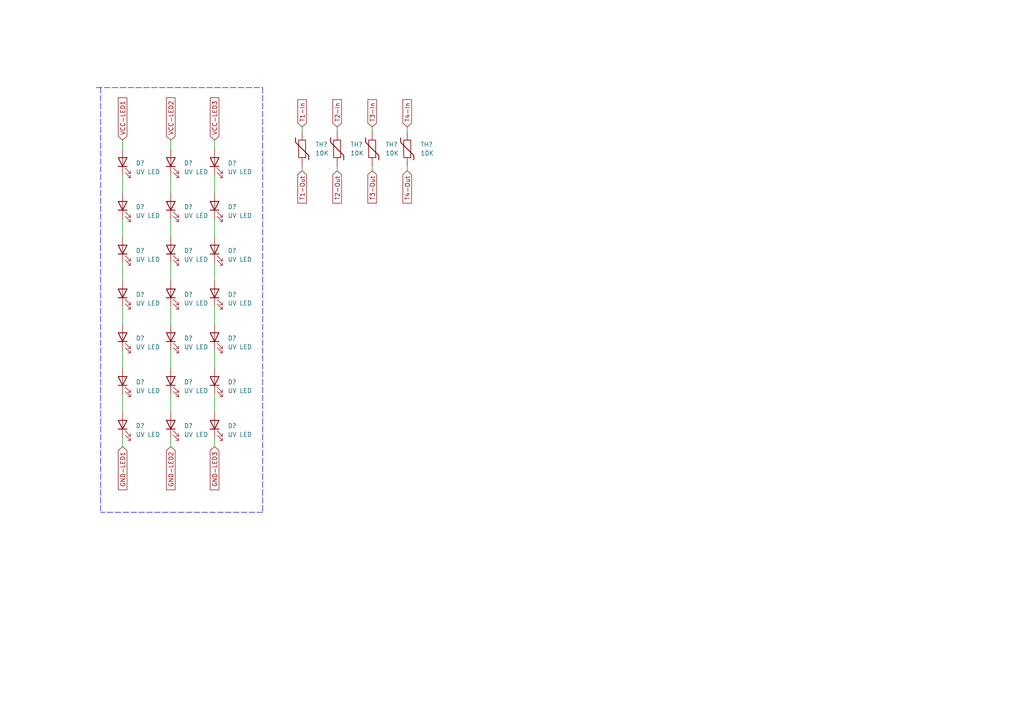
<source format=kicad_sch>
(kicad_sch (version 20211123) (generator eeschema)
  (paper "A4")
  (lib_symbols
    (symbol "Device:LED" (pin_numbers hide) (pin_names (offset 1.016) hide)
      (property "Reference" "D" (at 0 2.54 0))
      (property "Value" "LED" (at 0 -2.54 0))
      (symbol "LED_0_1"
        (polyline (pts (xy -1.27 -1.27) (xy -1.27 1.27)) (stroke (width 0.254)))
        (polyline (pts (xy -1.27 0) (xy 1.27 0)))
        (polyline (pts (xy 1.27 -1.27) (xy 1.27 1.27) (xy -1.27 0) (xy 1.27 -1.27)) (stroke (width 0.254)))
        (polyline (pts (xy -3.048 -0.762) (xy -4.572 -2.286) (xy -3.81 -2.286) (xy -4.572 -2.286) (xy -4.572 -1.524)))
        (polyline (pts (xy -1.778 -0.762) (xy -3.302 -2.286) (xy -2.54 -2.286) (xy -3.302 -2.286) (xy -3.302 -1.524)))
      )
      (symbol "LED_1_1"
        (pin passive line (at -3.81 0 0) (length 2.54) (name "K") (number "1"))
        (pin passive line (at 3.81 0 180) (length 2.54) (name "A") (number "2"))
      )
    )
    (symbol "Device:Thermistor" (pin_numbers hide) (pin_names (offset 0))
      (property "Reference" "TH" (at 2.54 1.27 90))
      (property "Value" "Thermistor" (at -2.54 0 90))
      (symbol "Thermistor_0_1"
        (rectangle (start -1.016 2.54) (end 1.016 -2.54) (stroke (width 0.2032)))
        (polyline (pts (xy -1.905 3.175) (xy -1.905 1.905) (xy 1.905 -1.905) (xy 1.905 -3.175) (xy 1.905 -3.175)) (stroke (width 0.254)))
      )
      (symbol "Thermistor_1_1"
        (pin passive line (at 0 5.08 270) (length 2.54) (name "~") (number "1"))
        (pin passive line (at 0 -5.08 90) (length 2.54) (name "~") (number "2"))
      )
    )
  )
  (wire (pts (xy 35.56 101.6) (xy 35.56 106.68)))
  (wire (pts (xy 97.79 48.26) (xy 97.79 49.53)))
  (wire (pts (xy 62.23 50.8) (xy 62.23 55.88)))
  (wire (pts (xy 49.53 76.2) (xy 49.53 81.28)))
  (wire (pts (xy 87.63 36.83) (xy 87.63 38.1)))
  (wire (pts (xy 49.53 114.3) (xy 49.53 119.38)))
  (wire (pts (xy 118.11 36.83) (xy 118.11 38.1)))
  (wire (pts (xy 35.56 40.64) (xy 35.56 43.18)))
  (wire (pts (xy 118.11 48.26) (xy 118.11 49.53)))
  (wire (pts (xy 35.56 88.9) (xy 35.56 93.98)))
  (wire (pts (xy 35.56 76.2) (xy 35.56 81.28)))
  (wire (pts (xy 107.95 36.83) (xy 107.95 38.1)))
  (wire (pts (xy 49.53 63.5) (xy 49.53 68.58)))
  (wire (pts (xy 62.23 114.3) (xy 62.23 119.38)))
  (polyline (pts (xy 27.94 25.4) (xy 76.2 25.4)))
  (wire (pts (xy 62.23 40.64) (xy 62.23 43.18)))
  (wire (pts (xy 35.56 63.5) (xy 35.56 68.58)))
  (wire (pts (xy 62.23 127) (xy 62.23 129.54)))
  (polyline (pts (xy 76.2 148.59) (xy 29.21 148.59)))
  (wire (pts (xy 49.53 88.9) (xy 49.53 93.98)))
  (wire (pts (xy 35.56 114.3) (xy 35.56 119.38)))
  (wire (pts (xy 107.95 48.26) (xy 107.95 49.53)))
  (polyline (pts (xy 29.21 25.4) (xy 29.21 148.59)))
  (wire (pts (xy 49.53 101.6) (xy 49.53 106.68)))
  (wire (pts (xy 35.56 127) (xy 35.56 129.54)))
  (wire (pts (xy 97.79 36.83) (xy 97.79 38.1)))
  (wire (pts (xy 62.23 63.5) (xy 62.23 68.58)))
  (wire (pts (xy 62.23 101.6) (xy 62.23 106.68)))
  (wire (pts (xy 87.63 48.26) (xy 87.63 49.53)))
  (wire (pts (xy 35.56 50.8) (xy 35.56 55.88)))
  (wire (pts (xy 49.53 40.64) (xy 49.53 43.18)))
  (wire (pts (xy 62.23 88.9) (xy 62.23 93.98)))
  (wire (pts (xy 62.23 76.2) (xy 62.23 81.28)))
  (wire (pts (xy 49.53 50.8) (xy 49.53 55.88)))
  (wire (pts (xy 49.53 127) (xy 49.53 129.54)))
  (polyline (pts (xy 76.2 25.4) (xy 76.2 148.59)))
  (global_label "GND-LED2" (shape input) (at 49.53 129.54 270) (property "Intersheet References" "${INTERSHEET_REFS}" (effects hide)))
  (global_label "VCC-LED2" (shape input) (at 49.53 40.64 90) (property "Intersheet References" "${INTERSHEET_REFS}" (effects hide)))
  (global_label "T1-Out" (shape input) (at 87.63 49.53 270) (property "Intersheet References" "${INTERSHEET_REFS}" (effects hide)))
  (global_label "VCC-LED3" (shape input) (at 62.23 40.64 90) (property "Intersheet References" "${INTERSHEET_REFS}" (effects hide)))
  (global_label "VCC-LED1" (shape input) (at 35.56 40.64 90) (property "Intersheet References" "${INTERSHEET_REFS}" (effects hide)))
  (global_label "GND-LED3" (shape input) (at 62.23 129.54 270) (property "Intersheet References" "${INTERSHEET_REFS}" (effects hide)))
  (global_label "T4-Out" (shape input) (at 118.11 49.53 270) (property "Intersheet References" "${INTERSHEET_REFS}" (effects hide)))
  (global_label "T2-In" (shape input) (at 97.79 36.83 90) (property "Intersheet References" "${INTERSHEET_REFS}" (effects hide)))
  (global_label "T1-In" (shape input) (at 87.63 36.83 90) (property "Intersheet References" "${INTERSHEET_REFS}" (effects hide)))
  (global_label "GND-LED1" (shape input) (at 35.56 129.54 270) (property "Intersheet References" "${INTERSHEET_REFS}" (effects hide)))
  (global_label "T3-Out" (shape input) (at 107.95 49.53 270) (property "Intersheet References" "${INTERSHEET_REFS}" (effects hide)))
  (global_label "T3-In" (shape input) (at 107.95 36.83 90) (property "Intersheet References" "${INTERSHEET_REFS}" (effects hide)))
  (global_label "T4-In" (shape input) (at 118.11 36.83 90) (property "Intersheet References" "${INTERSHEET_REFS}" (effects hide)))
  (global_label "T2-Out" (shape input) (at 97.79 49.53 270) (property "Intersheet References" "${INTERSHEET_REFS}" (effects hide)))
  (symbol (lib_id "Device:LED") (at 49.53 72.39 90) (unit 1)
    (property "Reference" "D?" (at 53.34 72.7074 90) (effects (justify right)))
    (property "Value" "UV LED" (at 53.34 75.2474 90) (effects (justify right)))
    (property "Footprint" "LED_SMD:LED_PLCC_2835_Handsoldering" (effects hide))
  )
  (symbol (lib_id "Device:LED") (at 62.23 59.69 90) (unit 1)
    (property "Reference" "D?" (at 66.04 60.0074 90) (effects (justify right)))
    (property "Value" "UV LED" (at 66.04 62.5474 90) (effects (justify right)))
    (property "Footprint" "LED_SMD:LED_PLCC_2835_Handsoldering" (effects hide))
  )
  (symbol (lib_id "Device:LED") (at 49.53 97.79 90) (unit 1)
    (property "Reference" "D?" (at 53.34 98.1074 90) (effects (justify right)))
    (property "Value" "UV LED" (at 53.34 100.6474 90) (effects (justify right)))
    (property "Footprint" "LED_SMD:LED_PLCC_2835_Handsoldering" (effects hide))
  )
  (symbol (lib_id "Device:LED") (at 49.53 46.99 90) (unit 1)
    (property "Reference" "D?" (at 53.34 47.3074 90) (effects (justify right)))
    (property "Value" "UV LED" (at 53.34 49.8474 90) (effects (justify right)))
    (property "Footprint" "LED_SMD:LED_PLCC_2835_Handsoldering" (effects hide))
  )
  (symbol (lib_id "Device:LED") (at 62.23 46.99 90) (unit 1)
    (property "Reference" "D?" (at 66.04 47.3074 90) (effects (justify right)))
    (property "Value" "UV LED" (at 66.04 49.8474 90) (effects (justify right)))
    (property "Footprint" "LED_SMD:LED_PLCC_2835_Handsoldering" (effects hide))
  )
  (symbol (lib_id "Device:Thermistor") (at 97.79 43.18 0) (unit 1)
    (property "Reference" "TH?" (at 101.6 41.9099 0) (effects (justify left)))
    (property "Value" "10K" (at 101.6 44.4499 0) (effects (justify left)))
    (property "Footprint" "Resistor_SMD:R_1206_3216Metric_Pad1.30x1.75mm_HandSolder" (effects hide))
  )
  (symbol (lib_id "Device:Thermistor") (at 87.63 43.18 0) (unit 1)
    (property "Reference" "TH?" (at 91.44 41.9099 0) (effects (justify left)))
    (property "Value" "10K" (at 91.44 44.4499 0) (effects (justify left)))
    (property "Footprint" "Resistor_SMD:R_1206_3216Metric_Pad1.30x1.75mm_HandSolder" (effects hide))
  )
  (symbol (lib_id "Device:LED") (at 35.56 59.69 90) (unit 1)
    (property "Reference" "D?" (at 39.37 60.0074 90) (effects (justify right)))
    (property "Value" "UV LED" (at 39.37 62.5474 90) (effects (justify right)))
    (property "Footprint" "LED_SMD:LED_PLCC_2835_Handsoldering" (effects hide))
  )
  (symbol (lib_id "Device:Thermistor") (at 107.95 43.18 0) (unit 1)
    (property "Reference" "TH?" (at 111.76 41.9099 0) (effects (justify left)))
    (property "Value" "10K" (at 111.76 44.4499 0) (effects (justify left)))
    (property "Footprint" "Resistor_SMD:R_1206_3216Metric_Pad1.30x1.75mm_HandSolder" (effects hide))
  )
  (symbol (lib_id "Device:LED") (at 62.23 123.19 90) (unit 1)
    (property "Reference" "D?" (at 66.04 123.5074 90) (effects (justify right)))
    (property "Value" "UV LED" (at 66.04 126.0474 90) (effects (justify right)))
    (property "Footprint" "LED_SMD:LED_PLCC_2835_Handsoldering" (effects hide))
  )
  (symbol (lib_id "Device:LED") (at 35.56 110.49 90) (unit 1)
    (property "Reference" "D?" (at 39.37 110.8074 90) (effects (justify right)))
    (property "Value" "UV LED" (at 39.37 113.3474 90) (effects (justify right)))
    (property "Footprint" "LED_SMD:LED_PLCC_2835_Handsoldering" (effects hide))
  )
  (symbol (lib_id "Device:LED") (at 62.23 97.79 90) (unit 1)
    (property "Reference" "D?" (at 66.04 98.1074 90) (effects (justify right)))
    (property "Value" "UV LED" (at 66.04 100.6474 90) (effects (justify right)))
    (property "Footprint" "LED_SMD:LED_PLCC_2835_Handsoldering" (effects hide))
  )
  (symbol (lib_id "Device:LED") (at 62.23 110.49 90) (unit 1)
    (property "Reference" "D?" (at 66.04 110.8074 90) (effects (justify right)))
    (property "Value" "UV LED" (at 66.04 113.3474 90) (effects (justify right)))
    (property "Footprint" "LED_SMD:LED_PLCC_2835_Handsoldering" (effects hide))
  )
  (symbol (lib_id "Device:LED") (at 35.56 85.09 90) (unit 1)
    (property "Reference" "D?" (at 39.37 85.4074 90) (effects (justify right)))
    (property "Value" "UV LED" (at 39.37 87.9474 90) (effects (justify right)))
    (property "Footprint" "LED_SMD:LED_PLCC_2835_Handsoldering" (effects hide))
  )
  (symbol (lib_id "Device:LED") (at 35.56 97.79 90) (unit 1)
    (property "Reference" "D?" (at 39.37 98.1074 90) (effects (justify right)))
    (property "Value" "UV LED" (at 39.37 100.6474 90) (effects (justify right)))
    (property "Footprint" "LED_SMD:LED_PLCC_2835_Handsoldering" (effects hide))
  )
  (symbol (lib_id "Device:LED") (at 49.53 59.69 90) (unit 1)
    (property "Reference" "D?" (at 53.34 60.0074 90) (effects (justify right)))
    (property "Value" "UV LED" (at 53.34 62.5474 90) (effects (justify right)))
    (property "Footprint" "LED_SMD:LED_PLCC_2835_Handsoldering" (effects hide))
  )
  (symbol (lib_id "Device:LED") (at 35.56 72.39 90) (unit 1)
    (property "Reference" "D?" (at 39.37 72.7074 90) (effects (justify right)))
    (property "Value" "UV LED" (at 39.37 75.2474 90) (effects (justify right)))
    (property "Footprint" "LED_SMD:LED_PLCC_2835_Handsoldering" (effects hide))
  )
  (symbol (lib_id "Device:LED") (at 62.23 72.39 90) (unit 1)
    (property "Reference" "D?" (at 66.04 72.7074 90) (effects (justify right)))
    (property "Value" "UV LED" (at 66.04 75.2474 90) (effects (justify right)))
    (property "Footprint" "LED_SMD:LED_PLCC_2835_Handsoldering" (effects hide))
  )
  (symbol (lib_id "Device:LED") (at 62.23 85.09 90) (unit 1)
    (property "Reference" "D?" (at 66.04 85.4074 90) (effects (justify right)))
    (property "Value" "UV LED" (at 66.04 87.9474 90) (effects (justify right)))
    (property "Footprint" "LED_SMD:LED_PLCC_2835_Handsoldering" (effects hide))
  )
  (symbol (lib_id "Device:LED") (at 49.53 85.09 90) (unit 1)
    (property "Reference" "D?" (at 53.34 85.4074 90) (effects (justify right)))
    (property "Value" "UV LED" (at 53.34 87.9474 90) (effects (justify right)))
    (property "Footprint" "LED_SMD:LED_PLCC_2835_Handsoldering" (effects hide))
  )
  (symbol (lib_id "Device:LED") (at 35.56 123.19 90) (unit 1)
    (property "Reference" "D?" (at 39.37 123.5074 90) (effects (justify right)))
    (property "Value" "UV LED" (at 39.37 126.0474 90) (effects (justify right)))
    (property "Footprint" "LED_SMD:LED_PLCC_2835_Handsoldering" (effects hide))
  )
  (symbol (lib_id "Device:LED") (at 49.53 123.19 90) (unit 1)
    (property "Reference" "D?" (at 53.34 123.5074 90) (effects (justify right)))
    (property "Value" "UV LED" (at 53.34 126.0474 90) (effects (justify right)))
    (property "Footprint" "LED_SMD:LED_PLCC_2835_Handsoldering" (effects hide))
  )
  (symbol (lib_id "Device:LED") (at 49.53 110.49 90) (unit 1)
    (property "Reference" "D?" (at 53.34 110.8074 90) (effects (justify right)))
    (property "Value" "UV LED" (at 53.34 113.3474 90) (effects (justify right)))
    (property "Footprint" "LED_SMD:LED_PLCC_2835_Handsoldering" (effects hide))
  )
  (symbol (lib_id "Device:LED") (at 35.56 46.99 90) (unit 1)
    (property "Reference" "D?" (at 39.37 47.3074 90) (effects (justify right)))
    (property "Value" "UV LED" (at 39.37 49.8474 90) (effects (justify right)))
    (property "Footprint" "LED_SMD:LED_PLCC_2835_Handsoldering" (effects hide))
  )
  (symbol (lib_id "Device:Thermistor") (at 118.11 43.18 0) (unit 1)
    (property "Reference" "TH?" (at 121.92 41.9099 0) (effects (justify left)))
    (property "Value" "10K" (at 121.92 44.4499 0) (effects (justify left)))
    (property "Footprint" "Resistor_SMD:R_1206_3216Metric_Pad1.30x1.75mm_HandSolder" (effects hide))
  )
)
</source>
